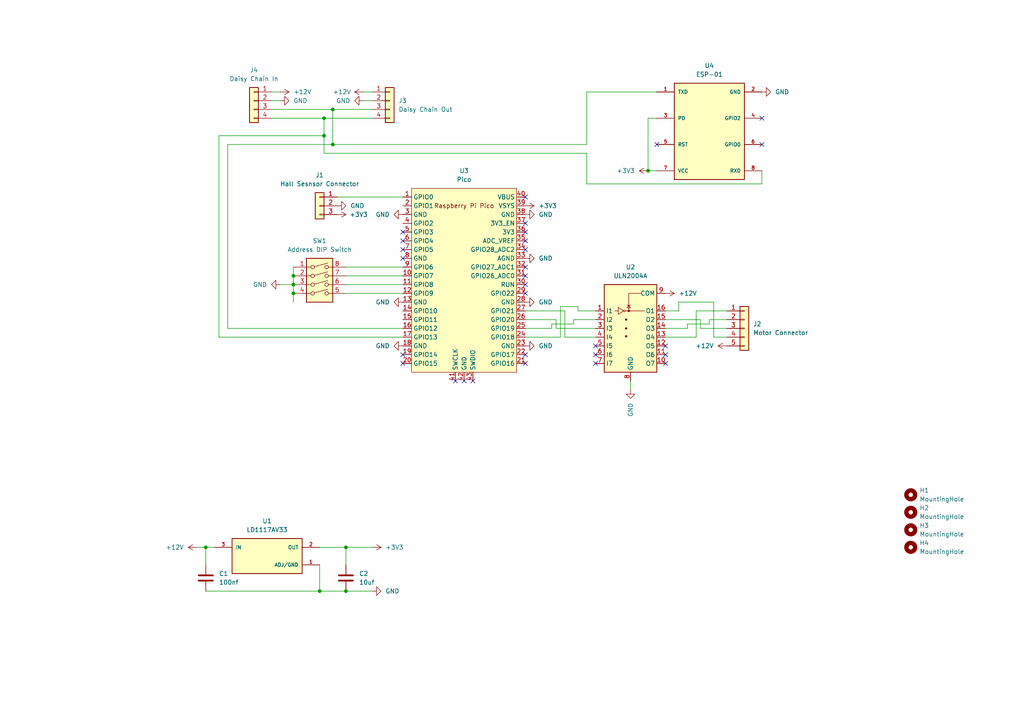
<source format=kicad_sch>
(kicad_sch (version 20211123) (generator eeschema)
  (paper "A4")
  (lib_symbols
    (symbol "Connector_Generic:Conn_01x03" (pin_names (offset 1.016) hide)
      (property "Reference" "J" (at 0 5.08 0))
      (property "Value" "Conn_01x03" (at 0 -5.08 0))
      (symbol "Conn_01x03_1_1"
        (rectangle (start -1.27 -2.413) (end 0 -2.667) (stroke (width 0.1524)))
        (rectangle (start -1.27 0.127) (end 0 -0.127) (stroke (width 0.1524)))
        (rectangle (start -1.27 2.667) (end 0 2.413) (stroke (width 0.1524)))
        (rectangle (start -1.27 3.81) (end 1.27 -3.81) (stroke (width 0.254)) (fill (type background)))
        (pin passive line (at -5.08 2.54 0) (length 3.81) (name "Pin_1") (number "1"))
        (pin passive line (at -5.08 0 0) (length 3.81) (name "Pin_2") (number "2"))
        (pin passive line (at -5.08 -2.54 0) (length 3.81) (name "Pin_3") (number "3"))
      )
    )
    (symbol "Connector_Generic:Conn_01x04" (pin_names (offset 1.016) hide)
      (property "Reference" "J" (at 0 5.08 0))
      (property "Value" "Conn_01x04" (at 0 -7.62 0))
      (symbol "Conn_01x04_1_1"
        (rectangle (start -1.27 -4.953) (end 0 -5.207) (stroke (width 0.1524)))
        (rectangle (start -1.27 -2.413) (end 0 -2.667) (stroke (width 0.1524)))
        (rectangle (start -1.27 0.127) (end 0 -0.127) (stroke (width 0.1524)))
        (rectangle (start -1.27 2.667) (end 0 2.413) (stroke (width 0.1524)))
        (rectangle (start -1.27 3.81) (end 1.27 -6.35) (stroke (width 0.254)) (fill (type background)))
        (pin passive line (at -5.08 2.54 0) (length 3.81) (name "Pin_1") (number "1"))
        (pin passive line (at -5.08 0 0) (length 3.81) (name "Pin_2") (number "2"))
        (pin passive line (at -5.08 -2.54 0) (length 3.81) (name "Pin_3") (number "3"))
        (pin passive line (at -5.08 -5.08 0) (length 3.81) (name "Pin_4") (number "4"))
      )
    )
    (symbol "Connector_Generic:Conn_01x05" (pin_names (offset 1.016) hide)
      (property "Reference" "J" (at 0 7.62 0))
      (property "Value" "Conn_01x05" (at 0 -7.62 0))
      (symbol "Conn_01x05_1_1"
        (rectangle (start -1.27 -4.953) (end 0 -5.207) (stroke (width 0.1524)))
        (rectangle (start -1.27 -2.413) (end 0 -2.667) (stroke (width 0.1524)))
        (rectangle (start -1.27 0.127) (end 0 -0.127) (stroke (width 0.1524)))
        (rectangle (start -1.27 2.667) (end 0 2.413) (stroke (width 0.1524)))
        (rectangle (start -1.27 5.207) (end 0 4.953) (stroke (width 0.1524)))
        (rectangle (start -1.27 6.35) (end 1.27 -6.35) (stroke (width 0.254)) (fill (type background)))
        (pin passive line (at -5.08 5.08 0) (length 3.81) (name "Pin_1") (number "1"))
        (pin passive line (at -5.08 2.54 0) (length 3.81) (name "Pin_2") (number "2"))
        (pin passive line (at -5.08 0 0) (length 3.81) (name "Pin_3") (number "3"))
        (pin passive line (at -5.08 -2.54 0) (length 3.81) (name "Pin_4") (number "4"))
        (pin passive line (at -5.08 -5.08 0) (length 3.81) (name "Pin_5") (number "5"))
      )
    )
    (symbol "Device:C" (pin_numbers hide) (pin_names (offset 0.254))
      (property "Reference" "C" (at 0.635 2.54 0))
      (property "Value" "C" (at 0.635 -2.54 0))
      (symbol "C_0_1"
        (polyline (pts (xy -2.032 -0.762) (xy 2.032 -0.762)) (stroke (width 0.508)))
        (polyline (pts (xy -2.032 0.762) (xy 2.032 0.762)) (stroke (width 0.508)))
      )
      (symbol "C_1_1"
        (pin passive line (at 0 3.81 270) (length 2.794) (name "~") (number "1"))
        (pin passive line (at 0 -3.81 90) (length 2.794) (name "~") (number "2"))
      )
    )
    (symbol "ESP-01:ESP-01" (pin_names (offset 1.016))
      (property "Reference" "U" (at -9.652 16.51 0))
      (property "Value" "ESP-01" (at -10.16 -15.748 0))
      (symbol "ESP-01_0_0"
        (rectangle (start -10.16 -12.7) (end 10.16 15.24) (stroke (width 0.254)) (fill (type background)))
        (pin bidirectional line (at -15.24 12.7 0) (length 5.08) (name "TXD") (number "1"))
        (pin bidirectional line (at 15.24 12.7 180) (length 5.08) (name "GND") (number "2"))
        (pin bidirectional line (at -15.24 5.08 0) (length 5.08) (name "PD") (number "3"))
        (pin bidirectional line (at 15.24 5.08 180) (length 5.08) (name "GPIO2") (number "4"))
        (pin bidirectional line (at -15.24 -2.54 0) (length 5.08) (name "RST") (number "5"))
        (pin bidirectional line (at 15.24 -2.54 180) (length 5.08) (name "GPIO0") (number "6"))
        (pin bidirectional line (at -15.24 -10.16 0) (length 5.08) (name "VCC") (number "7"))
        (pin bidirectional line (at 15.24 -10.16 180) (length 5.08) (name "RXD") (number "8"))
      )
    )
    (symbol "LD1117AV33:LD1117AV33" (pin_names (offset 1.016))
      (property "Reference" "U" (at -10.16 5.842 0))
      (property "Value" "LD1117AV33" (at -10.16 -7.62 0))
      (symbol "LD1117AV33_0_0"
        (rectangle (start -10.16 -5.08) (end 10.16 5.08) (stroke (width 0.254)) (fill (type background)))
        (pin passive line (at 15.24 -2.54 180) (length 5.08) (name "ADJ/GND") (number "1"))
        (pin output line (at 15.24 2.54 180) (length 5.08) (name "OUT") (number "2"))
        (pin input line (at -15.24 2.54 0) (length 5.08) (name "IN") (number "3"))
      )
    )
    (symbol "MCU_RaspberryPi_and_Boards:Pico"
      (property "Reference" "U" (at -13.97 27.94 0))
      (property "Value" "Pico" (at 0 19.05 0))
      (symbol "Pico_0_0"
        (text "Raspberry Pi Pico" (at 0 21.59 0) (effects (font (size 1.27 1.27))))
      )
      (symbol "Pico_0_1"
        (rectangle (start -15.24 26.67) (end 15.24 -26.67) (fill (type background)))
      )
      (symbol "Pico_1_1"
        (pin bidirectional line (at -17.78 24.13 0) (length 2.54) (name "GPIO0") (number "1"))
        (pin bidirectional line (at -17.78 1.27 0) (length 2.54) (name "GPIO7") (number "10"))
        (pin bidirectional line (at -17.78 -1.27 0) (length 2.54) (name "GPIO8") (number "11"))
        (pin bidirectional line (at -17.78 -3.81 0) (length 2.54) (name "GPIO9") (number "12"))
        (pin power_in line (at -17.78 -6.35 0) (length 2.54) (name "GND") (number "13"))
        (pin bidirectional line (at -17.78 -8.89 0) (length 2.54) (name "GPIO10") (number "14"))
        (pin bidirectional line (at -17.78 -11.43 0) (length 2.54) (name "GPIO11") (number "15"))
        (pin bidirectional line (at -17.78 -13.97 0) (length 2.54) (name "GPIO12") (number "16"))
        (pin bidirectional line (at -17.78 -16.51 0) (length 2.54) (name "GPIO13") (number "17"))
        (pin power_in line (at -17.78 -19.05 0) (length 2.54) (name "GND") (number "18"))
        (pin bidirectional line (at -17.78 -21.59 0) (length 2.54) (name "GPIO14") (number "19"))
        (pin bidirectional line (at -17.78 21.59 0) (length 2.54) (name "GPIO1") (number "2"))
        (pin bidirectional line (at -17.78 -24.13 0) (length 2.54) (name "GPIO15") (number "20"))
        (pin bidirectional line (at 17.78 -24.13 180) (length 2.54) (name "GPIO16") (number "21"))
        (pin bidirectional line (at 17.78 -21.59 180) (length 2.54) (name "GPIO17") (number "22"))
        (pin power_in line (at 17.78 -19.05 180) (length 2.54) (name "GND") (number "23"))
        (pin bidirectional line (at 17.78 -16.51 180) (length 2.54) (name "GPIO18") (number "24"))
        (pin bidirectional line (at 17.78 -13.97 180) (length 2.54) (name "GPIO19") (number "25"))
        (pin bidirectional line (at 17.78 -11.43 180) (length 2.54) (name "GPIO20") (number "26"))
        (pin bidirectional line (at 17.78 -8.89 180) (length 2.54) (name "GPIO21") (number "27"))
        (pin power_in line (at 17.78 -6.35 180) (length 2.54) (name "GND") (number "28"))
        (pin bidirectional line (at 17.78 -3.81 180) (length 2.54) (name "GPIO22") (number "29"))
        (pin power_in line (at -17.78 19.05 0) (length 2.54) (name "GND") (number "3"))
        (pin input line (at 17.78 -1.27 180) (length 2.54) (name "RUN") (number "30"))
        (pin bidirectional line (at 17.78 1.27 180) (length 2.54) (name "GPIO26_ADC0") (number "31"))
        (pin bidirectional line (at 17.78 3.81 180) (length 2.54) (name "GPIO27_ADC1") (number "32"))
        (pin power_in line (at 17.78 6.35 180) (length 2.54) (name "AGND") (number "33"))
        (pin bidirectional line (at 17.78 8.89 180) (length 2.54) (name "GPIO28_ADC2") (number "34"))
        (pin power_in line (at 17.78 11.43 180) (length 2.54) (name "ADC_VREF") (number "35"))
        (pin power_in line (at 17.78 13.97 180) (length 2.54) (name "3V3") (number "36"))
        (pin input line (at 17.78 16.51 180) (length 2.54) (name "3V3_EN") (number "37"))
        (pin bidirectional line (at 17.78 19.05 180) (length 2.54) (name "GND") (number "38"))
        (pin power_in line (at 17.78 21.59 180) (length 2.54) (name "VSYS") (number "39"))
        (pin bidirectional line (at -17.78 16.51 0) (length 2.54) (name "GPIO2") (number "4"))
        (pin power_in line (at 17.78 24.13 180) (length 2.54) (name "VBUS") (number "40"))
        (pin input line (at -2.54 -29.21 90) (length 2.54) (name "SWCLK") (number "41"))
        (pin power_in line (at 0 -29.21 90) (length 2.54) (name "GND") (number "42"))
        (pin bidirectional line (at 2.54 -29.21 90) (length 2.54) (name "SWDIO") (number "43"))
        (pin bidirectional line (at -17.78 13.97 0) (length 2.54) (name "GPIO3") (number "5"))
        (pin bidirectional line (at -17.78 11.43 0) (length 2.54) (name "GPIO4") (number "6"))
        (pin bidirectional line (at -17.78 8.89 0) (length 2.54) (name "GPIO5") (number "7"))
        (pin power_in line (at -17.78 6.35 0) (length 2.54) (name "GND") (number "8"))
        (pin bidirectional line (at -17.78 3.81 0) (length 2.54) (name "GPIO6") (number "9"))
      )
    )
    (symbol "Mechanical:MountingHole" (pin_names (offset 1.016))
      (property "Reference" "H" (at 0 5.08 0))
      (property "Value" "MountingHole" (at 0 3.175 0))
      (symbol "MountingHole_0_1"
        (circle (center 0 0) (radius 1.27) (stroke (width 1.27)))
      )
    )
    (symbol "Switch:SW_DIP_x04" (pin_names (offset 0) hide)
      (property "Reference" "SW" (at 0 8.89 0))
      (property "Value" "SW_DIP_x04" (at 0 -6.35 0))
      (symbol "SW_DIP_x04_0_0"
        (circle (center -2.032 -2.54) (radius 0.508))
        (circle (center -2.032 0) (radius 0.508))
        (circle (center -2.032 2.54) (radius 0.508))
        (circle (center -2.032 5.08) (radius 0.508))
        (polyline (pts (xy -1.524 -2.3876) (xy 2.3622 -1.3462)))
        (polyline (pts (xy -1.524 0.127) (xy 2.3622 1.1684)))
        (polyline (pts (xy -1.524 2.667) (xy 2.3622 3.7084)))
        (polyline (pts (xy -1.524 5.207) (xy 2.3622 6.2484)))
        (circle (center 2.032 -2.54) (radius 0.508))
        (circle (center 2.032 0) (radius 0.508))
        (circle (center 2.032 2.54) (radius 0.508))
        (circle (center 2.032 5.08) (radius 0.508))
      )
      (symbol "SW_DIP_x04_0_1"
        (rectangle (start -3.81 7.62) (end 3.81 -5.08) (stroke (width 0.254)) (fill (type background)))
      )
      (symbol "SW_DIP_x04_1_1"
        (pin passive line (at -7.62 5.08 0) (length 5.08) (name "~") (number "1"))
        (pin passive line (at -7.62 2.54 0) (length 5.08) (name "~") (number "2"))
        (pin passive line (at -7.62 0 0) (length 5.08) (name "~") (number "3"))
        (pin passive line (at -7.62 -2.54 0) (length 5.08) (name "~") (number "4"))
        (pin passive line (at 7.62 -2.54 180) (length 5.08) (name "~") (number "5"))
        (pin passive line (at 7.62 0 180) (length 5.08) (name "~") (number "6"))
        (pin passive line (at 7.62 2.54 180) (length 5.08) (name "~") (number "7"))
        (pin passive line (at 7.62 5.08 180) (length 5.08) (name "~") (number "8"))
      )
    )
    (symbol "Transistor_Array:ULN2004A"
      (property "Reference" "U" (at 0 15.875 0))
      (property "Value" "ULN2004A" (at 0 13.97 0))
      (symbol "ULN2004A_0_1"
        (rectangle (start -7.62 -12.7) (end 7.62 12.7) (stroke (width 0.254)) (fill (type background)))
        (circle (center -1.778 5.08) (radius 0.254))
        (circle (center -1.27 -2.286) (radius 0.254) (fill (type outline)))
        (circle (center -1.27 0) (radius 0.254) (fill (type outline)))
        (circle (center -1.27 2.54) (radius 0.254) (fill (type outline)))
        (circle (center -0.508 5.08) (radius 0.254) (fill (type outline)))
        (polyline (pts (xy -4.572 5.08) (xy -3.556 5.08)))
        (polyline (pts (xy -1.524 5.08) (xy 4.064 5.08)))
        (polyline (pts (xy 0 6.731) (xy -1.016 6.731)))
        (polyline (pts (xy -0.508 5.08) (xy -0.508 10.16) (xy 2.921 10.16)))
        (polyline (pts (xy -3.556 6.096) (xy -3.556 4.064) (xy -2.032 5.08) (xy -3.556 6.096)))
        (polyline (pts (xy 0 5.969) (xy -1.016 5.969) (xy -0.508 6.731) (xy 0 5.969)))
      )
      (symbol "ULN2004A_1_1"
        (pin input line (at -10.16 5.08 0) (length 2.54) (name "I1") (number "1"))
        (pin open_collector line (at 10.16 -10.16 180) (length 2.54) (name "O7") (number "10"))
        (pin open_collector line (at 10.16 -7.62 180) (length 2.54) (name "O6") (number "11"))
        (pin open_collector line (at 10.16 -5.08 180) (length 2.54) (name "O5") (number "12"))
        (pin open_collector line (at 10.16 -2.54 180) (length 2.54) (name "O4") (number "13"))
        (pin open_collector line (at 10.16 0 180) (length 2.54) (name "O3") (number "14"))
        (pin open_collector line (at 10.16 2.54 180) (length 2.54) (name "O2") (number "15"))
        (pin open_collector line (at 10.16 5.08 180) (length 2.54) (name "O1") (number "16"))
        (pin input line (at -10.16 2.54 0) (length 2.54) (name "I2") (number "2"))
        (pin input line (at -10.16 0 0) (length 2.54) (name "I3") (number "3"))
        (pin input line (at -10.16 -2.54 0) (length 2.54) (name "I4") (number "4"))
        (pin input line (at -10.16 -5.08 0) (length 2.54) (name "I5") (number "5"))
        (pin input line (at -10.16 -7.62 0) (length 2.54) (name "I6") (number "6"))
        (pin input line (at -10.16 -10.16 0) (length 2.54) (name "I7") (number "7"))
        (pin power_in line (at 0 -15.24 90) (length 2.54) (name "GND") (number "8"))
        (pin passive line (at 10.16 10.16 180) (length 2.54) (name "COM") (number "9"))
      )
    )
    (symbol "power:+12V" (power) (pin_names (offset 0))
      (property "Value" "+12V" (at 0 3.556 0))
      (symbol "+12V_0_1"
        (polyline (pts (xy -0.762 1.27) (xy 0 2.54)))
        (polyline (pts (xy 0 0) (xy 0 2.54)))
        (polyline (pts (xy 0 2.54) (xy 0.762 1.27)))
      )
      (symbol "+12V_1_1"
        (pin power_in line (at 0 0 90) (length 0) hide (name "+12V") (number "1"))
      )
    )
    (symbol "power:+3V3" (power) (pin_names (offset 0))
      (property "Value" "+3V3" (at 0 3.556 0))
      (symbol "+3V3_0_1"
        (polyline (pts (xy -0.762 1.27) (xy 0 2.54)))
        (polyline (pts (xy 0 0) (xy 0 2.54)))
        (polyline (pts (xy 0 2.54) (xy 0.762 1.27)))
      )
      (symbol "+3V3_1_1"
        (pin power_in line (at 0 0 90) (length 0) hide (name "+3V3") (number "1"))
      )
    )
    (symbol "power:GND" (power) (pin_names (offset 0))
      (property "Value" "GND" (at 0 -3.81 0))
      (symbol "GND_0_1"
        (polyline (pts (xy 0 0) (xy 0 -1.27) (xy 1.27 -1.27) (xy 0 -2.54) (xy -1.27 -1.27) (xy 0 -1.27)))
      )
      (symbol "GND_1_1"
        (pin power_in line (at 0 0 270) (length 0) hide (name "GND") (number "1"))
      )
    )
  )
  (junction (at 100.33 171.45))
  (junction (at 59.69 158.75))
  (junction (at 93.98 39.37))
  (junction (at 85.09 85.09))
  (junction (at 96.52 31.75))
  (junction (at 85.09 80.01))
  (junction (at 85.09 82.55))
  (junction (at 92.71 171.45))
  (junction (at 96.52 41.91))
  (junction (at 187.96 49.53))
  (junction (at 93.98 34.29))
  (junction (at 100.33 158.75))
  (no_connect (at 152.4 57.15))
  (no_connect (at 152.4 64.77))
  (no_connect (at 152.4 67.31))
  (no_connect (at 152.4 69.85))
  (no_connect (at 116.84 105.41))
  (no_connect (at 116.84 102.87))
  (no_connect (at 152.4 102.87))
  (no_connect (at 152.4 105.41))
  (no_connect (at 137.16 110.49))
  (no_connect (at 134.62 110.49))
  (no_connect (at 132.08 110.49))
  (no_connect (at 172.72 102.87))
  (no_connect (at 172.72 105.41))
  (no_connect (at 193.04 105.41))
  (no_connect (at 193.04 102.87))
  (no_connect (at 193.04 100.33))
  (no_connect (at 152.4 72.39))
  (no_connect (at 190.5 41.91))
  (no_connect (at 220.98 41.91))
  (no_connect (at 220.98 34.29))
  (no_connect (at 116.84 67.31))
  (no_connect (at 116.84 69.85))
  (no_connect (at 116.84 74.93))
  (no_connect (at 116.84 72.39))
  (no_connect (at 172.72 100.33))
  (no_connect (at 152.4 82.55))
  (no_connect (at 152.4 77.47))
  (no_connect (at 152.4 80.01))
  (no_connect (at 152.4 85.09))
  (wire (pts (xy 201.93 90.17) (xy 201.93 97.79)))
  (wire (pts (xy 85.09 82.55) (xy 85.09 85.09)))
  (wire (pts (xy 207.01 87.63) (xy 196.85 87.63)))
  (wire (pts (xy 210.82 92.71) (xy 205.74 92.71)))
  (wire (pts (xy 78.74 34.29) (xy 93.98 34.29)))
  (wire (pts (xy 96.52 31.75) (xy 96.52 41.91)))
  (wire (pts (xy 220.98 49.53) (xy 220.98 53.34)))
  (wire (pts (xy 190.5 34.29) (xy 187.96 34.29)))
  (wire (pts (xy 196.85 87.63) (xy 196.85 90.17)))
  (wire (pts (xy 162.56 97.79) (xy 162.56 88.9)))
  (wire (pts (xy 96.52 41.91) (xy 170.18 41.91)))
  (wire (pts (xy 170.18 44.45) (xy 170.18 53.34)))
  (wire (pts (xy 66.04 41.91) (xy 96.52 41.91)))
  (wire (pts (xy 100.33 82.55) (xy 116.84 82.55)))
  (wire (pts (xy 81.28 82.55) (xy 85.09 82.55)))
  (wire (pts (xy 100.33 85.09) (xy 116.84 85.09)))
  (wire (pts (xy 63.5 39.37) (xy 93.98 39.37)))
  (wire (pts (xy 187.96 49.53) (xy 190.5 49.53)))
  (wire (pts (xy 160.02 93.98) (xy 166.37 93.98)))
  (wire (pts (xy 93.98 34.29) (xy 107.95 34.29)))
  (wire (pts (xy 187.96 34.29) (xy 187.96 49.53)))
  (wire (pts (xy 78.74 29.21) (xy 81.28 29.21)))
  (wire (pts (xy 152.4 92.71) (xy 161.29 92.71)))
  (wire (pts (xy 63.5 97.79) (xy 63.5 39.37)))
  (wire (pts (xy 210.82 90.17) (xy 201.93 90.17)))
  (wire (pts (xy 196.85 90.17) (xy 193.04 90.17)))
  (wire (pts (xy 96.52 31.75) (xy 107.95 31.75)))
  (wire (pts (xy 66.04 95.25) (xy 66.04 41.91)))
  (wire (pts (xy 100.33 80.01) (xy 116.84 80.01)))
  (wire (pts (xy 199.39 93.98) (xy 199.39 95.25)))
  (wire (pts (xy 93.98 44.45) (xy 170.18 44.45)))
  (wire (pts (xy 92.71 163.83) (xy 92.71 171.45)))
  (wire (pts (xy 203.2 92.71) (xy 193.04 92.71)))
  (wire (pts (xy 78.74 26.67) (xy 81.28 26.67)))
  (wire (pts (xy 163.83 97.79) (xy 172.72 97.79)))
  (wire (pts (xy 166.37 93.98) (xy 166.37 92.71)))
  (wire (pts (xy 199.39 95.25) (xy 193.04 95.25)))
  (wire (pts (xy 97.79 57.15) (xy 116.84 57.15)))
  (wire (pts (xy 190.5 26.67) (xy 170.18 26.67)))
  (wire (pts (xy 92.71 158.75) (xy 100.33 158.75)))
  (wire (pts (xy 170.18 53.34) (xy 220.98 53.34)))
  (wire (pts (xy 162.56 88.9) (xy 167.64 88.9)))
  (wire (pts (xy 105.41 29.21) (xy 107.95 29.21)))
  (wire (pts (xy 116.84 95.25) (xy 66.04 95.25)))
  (wire (pts (xy 203.2 95.25) (xy 203.2 92.71)))
  (wire (pts (xy 210.82 95.25) (xy 203.2 95.25)))
  (wire (pts (xy 85.09 87.63) (xy 85.09 85.09)))
  (wire (pts (xy 163.83 90.17) (xy 163.83 97.79)))
  (wire (pts (xy 161.29 95.25) (xy 172.72 95.25)))
  (wire (pts (xy 152.4 95.25) (xy 160.02 95.25)))
  (wire (pts (xy 207.01 97.79) (xy 207.01 87.63)))
  (wire (pts (xy 59.69 158.75) (xy 59.69 163.83)))
  (wire (pts (xy 85.09 80.01) (xy 85.09 82.55)))
  (wire (pts (xy 152.4 90.17) (xy 163.83 90.17)))
  (wire (pts (xy 57.15 158.75) (xy 59.69 158.75)))
  (wire (pts (xy 59.69 171.45) (xy 92.71 171.45)))
  (wire (pts (xy 170.18 41.91) (xy 170.18 26.67)))
  (wire (pts (xy 100.33 77.47) (xy 116.84 77.47)))
  (wire (pts (xy 85.09 77.47) (xy 85.09 80.01)))
  (wire (pts (xy 100.33 158.75) (xy 100.33 163.83)))
  (wire (pts (xy 59.69 158.75) (xy 62.23 158.75)))
  (wire (pts (xy 182.88 110.49) (xy 182.88 113.03)))
  (wire (pts (xy 160.02 95.25) (xy 160.02 93.98)))
  (wire (pts (xy 161.29 92.71) (xy 161.29 95.25)))
  (wire (pts (xy 116.84 97.79) (xy 63.5 97.79)))
  (wire (pts (xy 166.37 92.71) (xy 172.72 92.71)))
  (wire (pts (xy 152.4 97.79) (xy 162.56 97.79)))
  (wire (pts (xy 167.64 90.17) (xy 172.72 90.17)))
  (wire (pts (xy 93.98 39.37) (xy 93.98 44.45)))
  (wire (pts (xy 205.74 93.98) (xy 199.39 93.98)))
  (wire (pts (xy 92.71 171.45) (xy 100.33 171.45)))
  (wire (pts (xy 78.74 31.75) (xy 96.52 31.75)))
  (wire (pts (xy 100.33 171.45) (xy 107.95 171.45)))
  (wire (pts (xy 167.64 88.9) (xy 167.64 90.17)))
  (wire (pts (xy 201.93 97.79) (xy 193.04 97.79)))
  (wire (pts (xy 205.74 92.71) (xy 205.74 93.98)))
  (wire (pts (xy 93.98 34.29) (xy 93.98 39.37)))
  (wire (pts (xy 210.82 97.79) (xy 207.01 97.79)))
  (wire (pts (xy 105.41 26.67) (xy 107.95 26.67)))
  (wire (pts (xy 100.33 158.75) (xy 107.95 158.75)))
  (symbol (lib_id "power:GND") (at 97.79 59.69 90) (unit 1)
    (property "Reference" "#PWR06" (effects hide))
    (property "Value" "GND" (at 101.6 59.6899 90) (effects (justify right)))
  )
  (symbol (lib_id "power:+12V") (at 105.41 26.67 90) (unit 1)
    (property "Reference" "#PWR08" (effects hide))
    (property "Value" "+12V" (at 96.52 26.67 90) (effects (justify right)))
  )
  (symbol (lib_id "power:GND") (at 152.4 62.23 90) (mirror x) (unit 1)
    (property "Reference" "#PWR016" (effects hide))
    (property "Value" "GND" (at 156.21 62.2301 90) (effects (justify right)))
  )
  (symbol (lib_id "MCU_RaspberryPi_and_Boards:Pico") (at 134.62 81.28 0) (unit 1)
    (property "Reference" "U3" (at 134.62 49.53 0))
    (property "Value" "Pico" (at 134.62 52.07 0))
    (property "Footprint" "MCU_RaspberryPi_and_Boards:RPi_Pico_TH" (effects hide))
  )
  (symbol (lib_id "power:GND") (at 116.84 62.23 270) (mirror x) (unit 1)
    (property "Reference" "#PWR012" (effects hide))
    (property "Value" "GND" (at 113.03 62.2299 90) (effects (justify right)))
  )
  (symbol (lib_id "power:GND") (at 182.88 113.03 0) (unit 1)
    (property "Reference" "#PWR05" (effects hide))
    (property "Value" "GND" (at 182.8801 116.84 90) (effects (justify right)))
  )
  (symbol (lib_id "Switch:SW_DIP_x04") (at 92.71 82.55 0) (unit 1)
    (property "Reference" "SW1" (at 92.71 69.85 0))
    (property "Value" "Address DIP Switch" (at 92.71 72.39 0))
    (property "Footprint" "Package_DIP:DIP-8_W7.62mm" (effects hide))
  )
  (symbol (lib_id "Mechanical:MountingHole") (at 264.16 143.51 0) (unit 1)
    (property "Reference" "H1" (at 266.7 142.2399 0) (effects (justify left)))
    (property "Value" "MountingHole" (at 266.7 144.7799 0) (effects (justify left)))
    (property "Footprint" "MountingHole:MountingHole_3.2mm_M3_ISO14580" (effects hide))
  )
  (symbol (lib_id "Connector_Generic:Conn_01x04") (at 73.66 29.21 0) (mirror y) (unit 1)
    (property "Reference" "J4" (at 73.66 20.32 0))
    (property "Value" "Daisy Chain In" (at 73.66 22.86 0))
    (property "Footprint" "Connector_JST:JST_XH_B4B-XH-A_1x04_P2.50mm_Vertical" (effects hide))
  )
  (symbol (lib_id "power:+3V3") (at 152.4 59.69 270) (unit 1)
    (property "Reference" "#PWR013" (effects hide))
    (property "Value" "+3V3" (at 156.21 59.6899 90) (effects (justify left)))
  )
  (symbol (lib_id "power:GND") (at 116.84 100.33 270) (mirror x) (unit 1)
    (property "Reference" "#PWR0102" (effects hide))
    (property "Value" "GND" (at 113.03 100.3299 90) (effects (justify right)))
  )
  (symbol (lib_id "Mechanical:MountingHole") (at 264.16 148.59 0) (unit 1)
    (property "Reference" "H2" (at 266.7 147.3199 0) (effects (justify left)))
    (property "Value" "MountingHole" (at 266.7 149.8599 0) (effects (justify left)))
    (property "Footprint" "MountingHole:MountingHole_3.2mm_M3_ISO14580" (effects hide))
  )
  (symbol (lib_id "Transistor_Array:ULN2004A") (at 182.88 95.25 0) (unit 1)
    (property "Reference" "U2" (at 182.88 77.47 0))
    (property "Value" "ULN2004A" (at 182.88 80.01 0))
    (property "Footprint" "Package_DIP:DIP-16_W7.62mm_LongPads" (effects hide))
    (property "Datasheet" "http://www.ti.com/lit/ds/symlink/uln2003a.pdf" (effects hide))
  )
  (symbol (lib_id "power:+3V3") (at 97.79 62.23 270) (mirror x) (unit 1)
    (property "Reference" "#PWR07" (effects hide))
    (property "Value" "+3V3" (at 106.68 62.23 90) (effects (justify right)))
  )
  (symbol (lib_id "power:+12V") (at 210.82 100.33 90) (mirror x) (unit 1)
    (property "Reference" "#PWR0104" (effects hide))
    (property "Value" "+12V" (at 207.01 100.3299 90) (effects (justify left)))
  )
  (symbol (lib_id "power:GND") (at 116.84 87.63 270) (mirror x) (unit 1)
    (property "Reference" "#PWR0101" (effects hide))
    (property "Value" "GND" (at 113.03 87.6299 90) (effects (justify right)))
  )
  (symbol (lib_id "power:GND") (at 107.95 171.45 90) (unit 1)
    (property "Reference" "#PWR011" (effects hide))
    (property "Value" "GND" (at 111.76 171.4499 90) (effects (justify right)))
  )
  (symbol (lib_id "power:+12V") (at 193.04 85.09 270) (mirror x) (unit 1)
    (property "Reference" "#PWR0103" (effects hide))
    (property "Value" "+12V" (at 196.85 85.0899 90) (effects (justify left)))
  )
  (symbol (lib_id "LD1117AV33:LD1117AV33") (at 77.47 161.29 0) (unit 1)
    (property "Reference" "U1" (at 77.47 151.13 0))
    (property "Value" "LD1117AV33" (at 77.47 153.67 0))
    (property "Footprint" "SnapEDA Library:TO255P1020X450X1968-3" (effects hide))
    (property "STANDARD" "IPC-7351B" (effects hide))
    (property "MAXIMUM_PACKAGE_HEIGHT" "19.68mm" (effects hide))
    (property "MANUFACTURER" "ST Microelectronics" (effects hide))
    (property "PARTREV" "26" (effects hide))
  )
  (symbol (lib_id "Connector_Generic:Conn_01x04") (at 113.03 29.21 0) (unit 1)
    (property "Reference" "J3" (at 115.57 29.2099 0) (effects (justify left)))
    (property "Value" "Daisy Chain Out" (at 115.57 31.7499 0) (effects (justify left)))
    (property "Footprint" "Connector_JST:JST_XH_B4B-XH-A_1x04_P2.50mm_Vertical" (effects hide))
  )
  (symbol (lib_id "Mechanical:MountingHole") (at 264.16 153.67 0) (unit 1)
    (property "Reference" "H3" (at 266.7 152.3999 0) (effects (justify left)))
    (property "Value" "MountingHole" (at 266.7 154.9399 0) (effects (justify left)))
    (property "Footprint" "MountingHole:MountingHole_3.2mm_M3_ISO14580" (effects hide))
  )
  (symbol (lib_id "Device:C") (at 59.69 167.64 0) (unit 1)
    (property "Reference" "C1" (at 63.5 166.3699 0) (effects (justify left)))
    (property "Value" "100nf" (at 63.5 168.9099 0) (effects (justify left)))
    (property "Footprint" "Capacitor_Tantalum_SMD:CP_EIA-3216-18_Kemet-A_Pad1.58x1.35mm_HandSolder" (effects hide))
  )
  (symbol (lib_id "power:GND") (at 105.41 29.21 270) (unit 1)
    (property "Reference" "#PWR09" (effects hide))
    (property "Value" "GND" (at 101.6 29.2099 90) (effects (justify right)))
  )
  (symbol (lib_id "power:+3V3") (at 187.96 49.53 90) (unit 1)
    (property "Reference" "#PWR014" (effects hide))
    (property "Value" "+3V3" (at 184.15 49.5299 90) (effects (justify left)))
  )
  (symbol (lib_id "Connector_Generic:Conn_01x05") (at 215.9 95.25 0) (unit 1)
    (property "Reference" "J2" (at 218.44 93.9799 0) (effects (justify left)))
    (property "Value" "Motor Connector" (at 218.44 96.5199 0) (effects (justify left)))
    (property "Footprint" "Connector_JST:JST_XH_B5B-XH-A_1x05_P2.50mm_Vertical" (effects hide))
  )
  (symbol (lib_id "power:GND") (at 220.98 26.67 90) (unit 1)
    (property "Reference" "#PWR015" (effects hide))
    (property "Value" "GND" (at 224.79 26.6699 90) (effects (justify right)))
  )
  (symbol (lib_id "power:GND") (at 81.28 82.55 270) (mirror x) (unit 1)
    (property "Reference" "#PWR02" (effects hide))
    (property "Value" "GND" (at 77.47 82.5499 90) (effects (justify right)))
  )
  (symbol (lib_id "ESP-01:ESP-01") (at 205.74 39.37 0) (unit 1)
    (property "Reference" "U4" (at 205.74 19.05 0))
    (property "Value" "ESP-01" (at 205.74 21.59 0))
    (property "Footprint" "SnapEDA Library:ESP-01" (effects hide))
  )
  (symbol (lib_id "power:GND") (at 152.4 87.63 90) (mirror x) (unit 1)
    (property "Reference" "#PWR017" (effects hide))
    (property "Value" "GND" (at 156.21 87.6301 90) (effects (justify right)))
  )
  (symbol (lib_id "power:+3V3") (at 107.95 158.75 270) (unit 1)
    (property "Reference" "#PWR010" (effects hide))
    (property "Value" "+3V3" (at 111.76 158.7499 90) (effects (justify left)))
  )
  (symbol (lib_id "power:+12V") (at 81.28 26.67 270) (unit 1)
    (property "Reference" "#PWR03" (effects hide))
    (property "Value" "+12V" (at 85.09 26.6699 90) (effects (justify left)))
  )
  (symbol (lib_id "power:GND") (at 152.4 74.93 90) (mirror x) (unit 1)
    (property "Reference" "#PWR0105" (effects hide))
    (property "Value" "GND" (at 156.21 74.9301 90) (effects (justify right)))
  )
  (symbol (lib_id "power:GND") (at 152.4 100.33 90) (mirror x) (unit 1)
    (property "Reference" "#PWR018" (effects hide))
    (property "Value" "GND" (at 156.21 100.3301 90) (effects (justify right)))
  )
  (symbol (lib_id "Mechanical:MountingHole") (at 264.16 158.75 0) (unit 1)
    (property "Reference" "H4" (at 266.7 157.4799 0) (effects (justify left)))
    (property "Value" "MountingHole" (at 266.7 160.0199 0) (effects (justify left)))
    (property "Footprint" "MountingHole:MountingHole_3.2mm_M3_ISO14580" (effects hide))
  )
  (symbol (lib_id "Connector_Generic:Conn_01x03") (at 92.71 59.69 0) (mirror y) (unit 1)
    (property "Reference" "J1" (at 92.71 50.8 0))
    (property "Value" "Hall Sesnsor Connector" (at 92.71 53.34 0))
    (property "Footprint" "Connector_JST:JST_XH_B3B-XH-A_1x03_P2.50mm_Vertical" (effects hide))
  )
  (symbol (lib_id "Device:C") (at 100.33 167.64 0) (unit 1)
    (property "Reference" "C2" (at 104.14 166.3699 0) (effects (justify left)))
    (property "Value" "10uf" (at 104.14 168.9099 0) (effects (justify left)))
    (property "Footprint" "Capacitor_Tantalum_SMD:CP_EIA-3216-18_Kemet-A_Pad1.58x1.35mm_HandSolder" (effects hide))
  )
  (symbol (lib_id "power:GND") (at 81.28 29.21 90) (mirror x) (unit 1)
    (property "Reference" "#PWR04" (effects hide))
    (property "Value" "GND" (at 85.09 29.2099 90) (effects (justify right)))
  )
  (symbol (lib_id "power:+12V") (at 57.15 158.75 90) (unit 1)
    (property "Reference" "#PWR01" (effects hide))
    (property "Value" "+12V" (at 53.34 158.7499 90) (effects (justify left)))
  )
)
</source>
